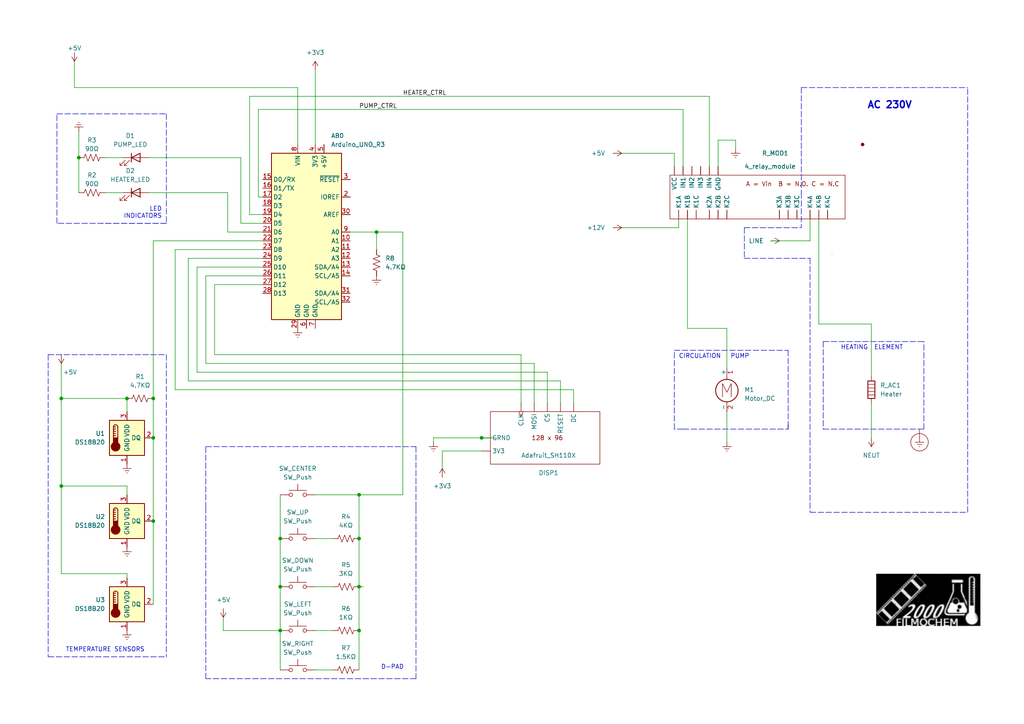
<source format=kicad_sch>
(kicad_sch (version 20211123) (generator eeschema)
  (paper "A4")
  (title_block (title "FilmoChem2000 - Main") (date "2022-05-27") (rev "R0.2") (company "Kallinikos Tompoulidis   *github.com/KTompoulides*"))
  (lib_symbols
    (symbol "Device:Heater" (pin_numbers hide) (pin_names (offset 0))
      (property "Reference" "R" (at 2.032 0 90))
      (property "Value" "Heater" (at -2.032 0 90))
      (symbol "Heater_0_1"
        (rectangle (start -1.016 -2.54) (end 1.016 2.54) (stroke (width 0.254)))
        (polyline (pts (xy -1.016 1.524) (xy 1.016 1.524)))
        (polyline (pts (xy 1.016 -1.524) (xy -1.016 -1.524)))
        (polyline (pts (xy 1.016 -0.508) (xy -1.016 -0.508)))
        (polyline (pts (xy 1.016 0.508) (xy -1.016 0.508)))
      )
      (symbol "Heater_1_1"
        (pin passive line (at 0 3.81 270) (length 1.27) (name "~") (number "1"))
        (pin passive line (at 0 -3.81 90) (length 1.27) (name "~") (number "2"))
      )
    )
    (symbol "Device:LED" (pin_numbers hide) (pin_names (offset 1.016) hide)
      (property "Reference" "D" (at 0 2.54 0))
      (property "Value" "LED" (at 0 -2.54 0))
      (symbol "LED_0_1"
        (polyline (pts (xy -1.27 -1.27) (xy -1.27 1.27)) (stroke (width 0.254)))
        (polyline (pts (xy -1.27 0) (xy 1.27 0)))
        (polyline (pts (xy 1.27 -1.27) (xy 1.27 1.27) (xy -1.27 0) (xy 1.27 -1.27)) (stroke (width 0.254)))
        (polyline (pts (xy -3.048 -0.762) (xy -4.572 -2.286) (xy -3.81 -2.286) (xy -4.572 -2.286) (xy -4.572 -1.524)))
        (polyline (pts (xy -1.778 -0.762) (xy -3.302 -2.286) (xy -2.54 -2.286) (xy -3.302 -2.286) (xy -3.302 -1.524)))
      )
      (symbol "LED_1_1"
        (pin passive line (at -3.81 0 0) (length 2.54) (name "K") (number "1"))
        (pin passive line (at 3.81 0 180) (length 2.54) (name "A") (number "2"))
      )
    )
    (symbol "Device:R_US" (pin_numbers hide) (pin_names (offset 0))
      (property "Reference" "R" (at 2.54 0 90))
      (property "Value" "R_US" (at -2.54 0 90))
      (symbol "R_US_0_1"
        (polyline (pts (xy 0 -2.286) (xy 0 -2.54)))
        (polyline (pts (xy 0 2.286) (xy 0 2.54)))
        (polyline (pts (xy 0 -0.762) (xy 1.016 -1.143) (xy 0 -1.524) (xy -1.016 -1.905) (xy 0 -2.286)))
        (polyline (pts (xy 0 0.762) (xy 1.016 0.381) (xy 0 0) (xy -1.016 -0.381) (xy 0 -0.762)))
        (polyline (pts (xy 0 2.286) (xy 1.016 1.905) (xy 0 1.524) (xy -1.016 1.143) (xy 0 0.762)))
      )
      (symbol "R_US_1_1"
        (pin passive line (at 0 3.81 270) (length 1.27) (name "~") (number "1"))
        (pin passive line (at 0 -3.81 90) (length 1.27) (name "~") (number "2"))
      )
    )
    (symbol "MCU_Module:Arduino_UNO_R3"
      (property "Reference" "A" (at -10.16 23.495 0))
      (property "Value" "Arduino_UNO_R3" (at 5.08 -26.67 0))
      (symbol "Arduino_UNO_R3_0_1"
        (rectangle (start -10.16 22.86) (end 10.16 -25.4) (stroke (width 0.254)) (fill (type background)))
      )
      (symbol "Arduino_UNO_R3_1_1"
        (pin no_connect line (at -10.16 -20.32 0) (length 2.54) hide (name "NC") (number "1"))
        (pin bidirectional line (at 12.7 -2.54 180) (length 2.54) (name "A1") (number "10"))
        (pin bidirectional line (at 12.7 -5.08 180) (length 2.54) (name "A2") (number "11"))
        (pin bidirectional line (at 12.7 -7.62 180) (length 2.54) (name "A3") (number "12"))
        (pin bidirectional line (at 12.7 -10.16 180) (length 2.54) (name "SDA/A4") (number "13"))
        (pin bidirectional line (at 12.7 -12.7 180) (length 2.54) (name "SCL/A5") (number "14"))
        (pin bidirectional line (at -12.7 15.24 0) (length 2.54) (name "D0/RX") (number "15"))
        (pin bidirectional line (at -12.7 12.7 0) (length 2.54) (name "D1/TX") (number "16"))
        (pin bidirectional line (at -12.7 10.16 0) (length 2.54) (name "D2") (number "17"))
        (pin bidirectional line (at -12.7 7.62 0) (length 2.54) (name "D3") (number "18"))
        (pin bidirectional line (at -12.7 5.08 0) (length 2.54) (name "D4") (number "19"))
        (pin output line (at 12.7 10.16 180) (length 2.54) (name "IOREF") (number "2"))
        (pin bidirectional line (at -12.7 2.54 0) (length 2.54) (name "D5") (number "20"))
        (pin bidirectional line (at -12.7 0 0) (length 2.54) (name "D6") (number "21"))
        (pin bidirectional line (at -12.7 -2.54 0) (length 2.54) (name "D7") (number "22"))
        (pin bidirectional line (at -12.7 -5.08 0) (length 2.54) (name "D8") (number "23"))
        (pin bidirectional line (at -12.7 -7.62 0) (length 2.54) (name "D9") (number "24"))
        (pin bidirectional line (at -12.7 -10.16 0) (length 2.54) (name "D10") (number "25"))
        (pin bidirectional line (at -12.7 -12.7 0) (length 2.54) (name "D11") (number "26"))
        (pin bidirectional line (at -12.7 -15.24 0) (length 2.54) (name "D12") (number "27"))
        (pin bidirectional line (at -12.7 -17.78 0) (length 2.54) (name "D13") (number "28"))
        (pin power_in line (at -2.54 -27.94 90) (length 2.54) (name "GND") (number "29"))
        (pin input line (at 12.7 15.24 180) (length 2.54) (name "~{RESET}") (number "3"))
        (pin input line (at 12.7 5.08 180) (length 2.54) (name "AREF") (number "30"))
        (pin bidirectional line (at 12.7 -17.78 180) (length 2.54) (name "SDA/A4") (number "31"))
        (pin bidirectional line (at 12.7 -20.32 180) (length 2.54) (name "SCL/A5") (number "32"))
        (pin power_out line (at 2.54 25.4 270) (length 2.54) (name "3V3") (number "4"))
        (pin power_out line (at 5.08 25.4 270) (length 2.54) (name "+5V") (number "5"))
        (pin power_in line (at 0 -27.94 90) (length 2.54) (name "GND") (number "6"))
        (pin power_in line (at 2.54 -27.94 90) (length 2.54) (name "GND") (number "7"))
        (pin power_in line (at -2.54 25.4 270) (length 2.54) (name "VIN") (number "8"))
        (pin bidirectional line (at 12.7 0 180) (length 2.54) (name "A0") (number "9"))
      )
    )
    (symbol "Motor:Motor_DC" (pin_names (offset 0))
      (property "Reference" "M" (at 2.54 2.54 0))
      (property "Value" "Motor_DC" (at 2.54 -5.08 0))
      (symbol "Motor_DC_0_0"
        (polyline (pts (xy -1.27 -3.302) (xy -1.27 0.508) (xy 0 -2.032) (xy 1.27 0.508) (xy 1.27 -3.302)))
      )
      (symbol "Motor_DC_0_1"
        (circle (center 0 -1.524) (radius 3.2512) (stroke (width 0.254)))
        (polyline (pts (xy 0 -7.62) (xy 0 -7.112)))
        (polyline (pts (xy 0 -4.7752) (xy 0 -5.1816)))
        (polyline (pts (xy 0 1.7272) (xy 0 2.0828)))
        (polyline (pts (xy 0 2.032) (xy 0 2.54)))
      )
      (symbol "Motor_DC_1_1"
        (pin passive line (at 0 5.08 270) (length 2.54) (name "+") (number "1"))
        (pin passive line (at 0 -7.62 90) (length 2.54) (name "-") (number "2"))
      )
    )
    (symbol "Sensor_Temperature:DS18B20" (pin_names (offset 1.016))
      (property "Reference" "U" (at -3.81 6.35 0))
      (property "Value" "DS18B20" (at 6.35 6.35 0))
      (symbol "DS18B20_0_1"
        (rectangle (start -5.08 5.08) (end 5.08 -5.08) (stroke (width 0.254)) (fill (type background)))
        (circle (center -3.302 -2.54) (radius 1.27) (stroke (width 0.254)) (fill (type outline)))
        (rectangle (start -2.667 -1.905) (end -3.937 0) (stroke (width 0.254)) (fill (type outline)))
        (arc (start -2.667 3.175) (mid -3.302 3.81) (end -3.937 3.175) (stroke (width 0.254)))
        (polyline (pts (xy -3.937 0.635) (xy -3.302 0.635)) (stroke (width 0.254)))
        (polyline (pts (xy -3.937 1.27) (xy -3.302 1.27)) (stroke (width 0.254)))
        (polyline (pts (xy -3.937 1.905) (xy -3.302 1.905)) (stroke (width 0.254)))
        (polyline (pts (xy -3.937 2.54) (xy -3.302 2.54)) (stroke (width 0.254)))
        (polyline (pts (xy -3.937 3.175) (xy -3.937 0)) (stroke (width 0.254)))
        (polyline (pts (xy -3.937 3.175) (xy -3.302 3.175)) (stroke (width 0.254)))
        (polyline (pts (xy -2.667 3.175) (xy -2.667 0)) (stroke (width 0.254)))
      )
      (symbol "DS18B20_1_1"
        (pin power_in line (at 0 -7.62 90) (length 2.54) (name "GND") (number "1"))
        (pin bidirectional line (at 7.62 0 180) (length 2.54) (name "DQ") (number "2"))
        (pin power_in line (at 0 7.62 270) (length 2.54) (name "VDD") (number "3"))
      )
    )
    (symbol "Switch:SW_Push" (pin_numbers hide) (pin_names (offset 1.016) hide)
      (property "Reference" "SW" (at 1.27 2.54 0))
      (property "Value" "SW_Push" (at 0 -1.524 0))
      (symbol "SW_Push_0_1"
        (circle (center -2.032 0) (radius 0.508))
        (polyline (pts (xy 0 1.27) (xy 0 3.048)))
        (polyline (pts (xy 2.54 1.27) (xy -2.54 1.27)))
        (circle (center 2.032 0) (radius 0.508))
        (pin passive line (at -5.08 0 0) (length 2.54) (name "1") (number "1"))
        (pin passive line (at 5.08 0 180) (length 2.54) (name "2") (number "2"))
      )
    )
    (symbol "myLibrary:4_relay_module"
      (property "Reference" "R_MOD" (at 1.27 2.54 0))
      (property "Value" "4_relay_module" (at 1.27 0 0))
      (symbol "4_relay_module_0_0"
        (text "A = Vin  B = N.O. C = N.C" (at 12.7 -3.81 0) (effects (font (size 1.27 1.27))))
      )
      (symbol "4_relay_module_0_1"
        (rectangle (start -22.86 -13.97) (end 27.94 -1.27))
        (polyline (pts (xy 33.02 7.62) (xy 33.02 7.62)))
        (polyline (pts (xy 33.02 7.62) (xy 33.02 7.62)))
        (polyline (pts (xy 33.02 7.62) (xy 33.02 7.62)))
        (polyline (pts (xy 33.02 7.62) (xy 33.02 7.62)))
        (polyline (pts (xy 33.02 7.62) (xy 33.02 7.62)))
        (rectangle (start 24.13 -24.13) (end 24.13 -24.13))
        (arc (start 33.02 7.62) (mid 33.02 7.62) (end 33.02 7.62))
        (arc (start 33.02 7.62) (mid 33.02 7.62) (end 33.02 7.62))
        (arc (start 33.02 7.62) (mid 33.02 7.62) (end 33.02 7.62))
        (arc (start 33.02 7.62) (mid 33.02 7.62) (end 33.02 7.62))
        (arc (start 33.02 7.62) (mid 33.02 7.62) (end 33.02 7.62) (stroke (width 1)))
      )
      (symbol "4_relay_module_1_1"
        (pin input line (at -8.89 1.27 270) (length 2.54) (name "GND") (number ""))
        (pin input line (at -19.05 1.27 270) (length 2.54) (name "IN1") (number ""))
        (pin input line (at -16.51 1.27 270) (length 2.54) (name "IN2") (number ""))
        (pin input line (at -13.97 1.27 270) (length 2.54) (name "IN3") (number ""))
        (pin input line (at -11.43 1.27 270) (length 2.54) (name "IN4") (number ""))
        (pin input line (at -20.32 -13.97 90) (length 2.54) (name "K1A") (number ""))
        (pin output line (at -17.78 -13.97 90) (length 2.54) (name "K1B") (number ""))
        (pin output line (at -15.24 -13.97 90) (length 2.54) (name "K1C") (number ""))
        (pin input line (at -11.43 -13.97 90) (length 2.54) (name "K2A") (number ""))
        (pin output line (at -8.89 -13.97 90) (length 2.54) (name "K2B") (number ""))
        (pin output line (at -6.35 -13.97 90) (length 2.54) (name "K2C") (number ""))
        (pin input line (at 8.89 -13.97 90) (length 2.54) (name "K3A") (number ""))
        (pin output line (at 11.43 -13.97 90) (length 2.54) (name "K3B") (number ""))
        (pin output line (at 13.97 -13.97 90) (length 2.54) (name "K3C") (number ""))
        (pin input line (at 17.78 -13.97 90) (length 2.54) (name "K4A") (number ""))
        (pin input line (at 20.32 -13.97 90) (length 2.54) (name "K4B") (number ""))
        (pin output line (at 22.86 -13.97 90) (length 2.54) (name "K4C") (number ""))
        (pin input line (at -21.59 1.27 270) (length 2.54) (name "VCC") (number ""))
      )
    )
    (symbol "myLibrary:Adafruit_SH110X"
      (property "Reference" "DISP" (at 0 0 0))
      (property "Value" "Adafruit_SH110X" (at 0 -2.54 0))
      (symbol "Adafruit_SH110X_0_0"
        (text "128 x 96" (at 0 -6.35 0) (effects (font (size 1.27 1.27))))
      )
      (symbol "Adafruit_SH110X_0_1"
        (rectangle (start 16.51 1.27) (end -15.24 -13.97))
      )
      (symbol "Adafruit_SH110X_1_1"
        (pin input line (at 19.05 -2.54 180) (length 2.54) (name "3V3") (number ""))
        (pin free clock (at 7.62 -16.51 90) (length 2.54) (name "CLK") (number ""))
        (pin free line (at 0 -16.51 90) (length 2.54) (name "CS") (number ""))
        (pin free line (at -7.62 -16.51 90) (length 2.54) (name "DC") (number ""))
        (pin free line (at 19.05 -6.35 180) (length 2.54) (name "GRND") (number ""))
        (pin free line (at 3.81 -16.51 90) (length 2.54) (name "MOSI") (number ""))
        (pin free line (at -3.81 -16.51 90) (length 2.54) (name "RESET") (number ""))
      )
    )
    (symbol "power:+12V" (power) (pin_names (offset 0))
      (property "Value" "+12V" (at 0 3.556 0))
      (symbol "+12V_0_1"
        (polyline (pts (xy -0.762 1.27) (xy 0 2.54)))
        (polyline (pts (xy 0 0) (xy 0 2.54)))
        (polyline (pts (xy 0 2.54) (xy 0.762 1.27)))
      )
      (symbol "+12V_1_1"
        (pin power_in line (at 0 0 90) (length 0) hide (name "+12V") (number "1"))
      )
    )
    (symbol "power:+3V3" (power) (pin_names (offset 0))
      (property "Value" "+3V3" (at 0 3.556 0))
      (symbol "+3V3_0_1"
        (polyline (pts (xy -0.762 1.27) (xy 0 2.54)))
        (polyline (pts (xy 0 0) (xy 0 2.54)))
        (polyline (pts (xy 0 2.54) (xy 0.762 1.27)))
      )
      (symbol "+3V3_1_1"
        (pin power_in line (at 0 0 90) (length 0) hide (name "+3V3") (number "1"))
      )
    )
    (symbol "power:+5V" (power) (pin_names (offset 0))
      (property "Value" "+5V" (at 0 3.556 0))
      (symbol "+5V_0_1"
        (polyline (pts (xy -0.762 1.27) (xy 0 2.54)))
        (polyline (pts (xy 0 0) (xy 0 2.54)))
        (polyline (pts (xy 0 2.54) (xy 0.762 1.27)))
      )
      (symbol "+5V_1_1"
        (pin power_in line (at 0 0 90) (length 0) hide (name "+5V") (number "1"))
      )
    )
    (symbol "power:Earth" (power) (pin_names (offset 0))
      (symbol "Earth_0_1"
        (polyline (pts (xy -0.635 -1.905) (xy 0.635 -1.905)))
        (polyline (pts (xy -0.127 -2.54) (xy 0.127 -2.54)))
        (polyline (pts (xy 0 -1.27) (xy 0 0)))
        (polyline (pts (xy 1.27 -1.27) (xy -1.27 -1.27)))
      )
      (symbol "Earth_1_1"
        (pin power_in line (at 0 0 270) (length 0) hide (name "Earth") (number "1"))
      )
    )
    (symbol "power:Earth_Protective" (power) (pin_names (offset 0))
      (symbol "Earth_Protective_0_1"
        (circle (center 0 -3.81) (radius 2.54))
        (polyline (pts (xy -0.635 -4.445) (xy 0.635 -4.445)))
        (polyline (pts (xy -0.127 -5.08) (xy 0.127 -5.08)))
        (polyline (pts (xy 0 -3.81) (xy 0 0)))
        (polyline (pts (xy 1.27 -3.81) (xy -1.27 -3.81)))
      )
      (symbol "Earth_Protective_1_1"
        (pin power_in line (at 0 0 270) (length 0) hide (name "Earth_Protective") (number "1"))
      )
    )
    (symbol "power:LINE" (power) (pin_names (offset 0))
      (property "Value" "LINE" (at 0 3.81 0))
      (symbol "LINE_0_1"
        (polyline (pts (xy -0.762 1.27) (xy 0 2.54)))
        (polyline (pts (xy 0 0) (xy 0 2.54)))
        (polyline (pts (xy 0 2.54) (xy 0.762 1.27)))
      )
      (symbol "LINE_1_1"
        (pin power_in line (at 0 0 90) (length 0) hide (name "LINE") (number "1"))
      )
    )
    (symbol "power:NEUT" (power) (pin_names (offset 0))
      (property "Value" "NEUT" (at 0 3.81 0))
      (symbol "NEUT_0_1"
        (polyline (pts (xy -0.762 1.27) (xy 0 2.54)))
        (polyline (pts (xy 0 0) (xy 0 2.54)))
        (polyline (pts (xy 0 2.54) (xy 0.762 1.27)))
      )
      (symbol "NEUT_1_1"
        (pin power_in line (at 0 0 90) (length 0) hide (name "NEUT") (number "1"))
      )
    )
  )
  (junction (at 104.14 170.18))
  (junction (at 22.86 45.72))
  (junction (at 44.45 115.57))
  (junction (at 81.28 182.88))
  (junction (at 81.28 156.21))
  (junction (at 36.83 115.57))
  (junction (at 104.14 156.21))
  (junction (at 17.78 115.57))
  (junction (at 139.7 127))
  (junction (at 104.14 143.51))
  (junction (at 44.45 127))
  (junction (at 109.22 67.31))
  (junction (at 44.45 151.13))
  (junction (at 104.14 182.88))
  (junction (at 81.28 170.18))
  (junction (at 17.78 140.97))
  (wire (pts (xy 44.45 69.85) (xy 44.45 115.57)))
  (wire (pts (xy 237.49 93.98) (xy 252.73 93.98)))
  (polyline (pts (xy 215.9 66.04) (xy 215.9 74.93)))
  (polyline (pts (xy 238.76 99.06) (xy 267.97 99.06)))
  (wire (pts (xy 104.14 182.88) (xy 104.14 194.31)))
  (polyline (pts (xy 238.76 99.06) (xy 238.76 124.46)))
  (polyline (pts (xy 13.97 102.87) (xy 13.97 190.5)))
  (polyline (pts (xy 232.41 25.4) (xy 280.67 25.4)))
  (wire (pts (xy 91.44 182.88) (xy 96.52 182.88)))
  (polyline (pts (xy 198.12 124.46) (xy 195.58 124.46)))
  (polyline (pts (xy 267.97 124.46) (xy 267.97 99.06)))
  (wire (pts (xy 234.95 69.85) (xy 234.95 63.5)))
  (wire (pts (xy 162.56 110.49) (xy 162.56 116.84)))
  (wire (pts (xy 57.15 107.95) (xy 158.75 107.95)))
  (polyline (pts (xy 228.6 123.19) (xy 228.6 124.46)))
  (polyline (pts (xy 120.65 147.32) (xy 120.65 196.85)))
  (polyline (pts (xy 238.76 124.46) (xy 267.97 124.46)))
  (wire (pts (xy 72.39 62.23) (xy 72.39 27.94)))
  (wire (pts (xy 205.74 27.94) (xy 205.74 48.26)))
  (wire (pts (xy 66.04 55.88) (xy 66.04 67.31)))
  (wire (pts (xy 213.36 40.64) (xy 208.28 40.64)))
  (polyline (pts (xy 59.69 129.54) (xy 120.65 129.54)))
  (wire (pts (xy 59.69 105.41) (xy 154.94 105.41)))
  (wire (pts (xy 252.73 116.84) (xy 252.73 127)))
  (wire (pts (xy 17.78 115.57) (xy 36.83 115.57)))
  (polyline (pts (xy 195.58 124.46) (xy 195.58 101.6)))
  (wire (pts (xy 44.45 151.13) (xy 44.45 175.26)))
  (wire (pts (xy 199.39 95.25) (xy 210.82 95.25)))
  (wire (pts (xy 128.27 130.81) (xy 139.7 130.81)))
  (wire (pts (xy 104.14 143.51) (xy 116.84 143.51)))
  (wire (pts (xy 158.75 107.95) (xy 158.75 116.84)))
  (wire (pts (xy 91.44 156.21) (xy 96.52 156.21)))
  (wire (pts (xy 109.22 67.31) (xy 116.84 67.31)))
  (wire (pts (xy 59.69 105.41) (xy 59.69 80.01)))
  (polyline (pts (xy 195.58 101.6) (xy 228.6 101.6)))
  (wire (pts (xy 91.44 194.31) (xy 96.52 194.31)))
  (wire (pts (xy 252.73 93.98) (xy 252.73 109.22)))
  (polyline (pts (xy 120.65 129.54) (xy 120.65 147.32)))
  (wire (pts (xy 54.61 74.93) (xy 76.2 74.93)))
  (wire (pts (xy 22.86 45.72) (xy 22.86 38.1)))
  (wire (pts (xy 91.44 170.18) (xy 96.52 170.18)))
  (wire (pts (xy 195.58 44.45) (xy 195.58 48.26)))
  (wire (pts (xy 116.84 67.31) (xy 116.84 143.51)))
  (wire (pts (xy 81.28 182.88) (xy 81.28 194.31)))
  (polyline (pts (xy 234.95 148.59) (xy 280.67 148.59)))
  (wire (pts (xy 36.83 115.57) (xy 36.83 119.38)))
  (wire (pts (xy 59.69 80.01) (xy 76.2 80.01)))
  (wire (pts (xy 69.85 45.72) (xy 69.85 64.77)))
  (wire (pts (xy 86.36 25.4) (xy 86.36 41.91)))
  (polyline (pts (xy 48.26 64.77) (xy 29.21 64.77)))
  (wire (pts (xy 44.45 127) (xy 44.45 151.13)))
  (wire (pts (xy 66.04 67.31) (xy 76.2 67.31)))
  (polyline (pts (xy 232.41 25.4) (xy 232.41 55.88)))
  (wire (pts (xy 104.14 143.51) (xy 104.14 156.21)))
  (polyline (pts (xy 16.51 64.77) (xy 16.51 33.02)))
  (wire (pts (xy 62.23 102.87) (xy 151.13 102.87)))
  (polyline (pts (xy 228.6 124.46) (xy 228.6 123.19)))
  (wire (pts (xy 210.82 119.38) (xy 210.82 128.27)))
  (wire (pts (xy 76.2 69.85) (xy 44.45 69.85)))
  (wire (pts (xy 30.48 55.88) (xy 35.56 55.88)))
  (wire (pts (xy 44.45 115.57) (xy 44.45 127)))
  (wire (pts (xy 54.61 110.49) (xy 54.61 74.93)))
  (wire (pts (xy 76.2 62.23) (xy 72.39 62.23)))
  (polyline (pts (xy 59.69 196.85) (xy 59.69 147.32)))
  (wire (pts (xy 57.15 107.95) (xy 57.15 77.47)))
  (wire (pts (xy 43.18 55.88) (xy 66.04 55.88)))
  (wire (pts (xy 81.28 170.18) (xy 81.28 182.88)))
  (wire (pts (xy 74.93 31.75) (xy 198.12 31.75)))
  (polyline (pts (xy 228.6 101.6) (xy 228.6 124.46)))
  (wire (pts (xy 36.83 166.37) (xy 36.83 167.64)))
  (wire (pts (xy 180.34 44.45) (xy 195.58 44.45)))
  (wire (pts (xy 81.28 182.88) (xy 64.77 182.88)))
  (polyline (pts (xy 48.26 64.77) (xy 16.51 64.77)))
  (wire (pts (xy 91.44 20.32) (xy 91.44 41.91)))
  (polyline (pts (xy 198.12 124.46) (xy 228.6 124.46)))
  (polyline (pts (xy 59.69 147.32) (xy 59.69 129.54)))
  (wire (pts (xy 166.37 113.03) (xy 166.37 116.84)))
  (wire (pts (xy 17.78 140.97) (xy 36.83 140.97)))
  (wire (pts (xy 104.14 156.21) (xy 104.14 170.18)))
  (wire (pts (xy 139.7 127) (xy 125.73 127)))
  (polyline (pts (xy 215.9 74.93) (xy 234.95 74.93)))
  (wire (pts (xy 154.94 105.41) (xy 154.94 116.84)))
  (polyline (pts (xy 120.65 196.85) (xy 59.69 196.85)))
  (wire (pts (xy 237.49 63.5) (xy 237.49 93.98)))
  (wire (pts (xy 74.93 57.15) (xy 74.93 31.75)))
  (wire (pts (xy 198.12 31.75) (xy 198.12 48.26)))
  (wire (pts (xy 17.78 140.97) (xy 17.78 166.37)))
  (wire (pts (xy 104.14 170.18) (xy 104.14 182.88)))
  (polyline (pts (xy 232.41 55.88) (xy 232.41 66.04)))
  (wire (pts (xy 91.44 143.51) (xy 104.14 143.51)))
  (polyline (pts (xy 13.97 190.5) (xy 48.26 190.5)))
  (wire (pts (xy 17.78 105.41) (xy 17.78 115.57)))
  (polyline (pts (xy 234.95 74.93) (xy 234.95 148.59)))
  (wire (pts (xy 21.59 17.78) (xy 21.59 25.4)))
  (wire (pts (xy 72.39 27.94) (xy 205.74 27.94)))
  (wire (pts (xy 104.14 170.18) (xy 105.41 170.18)))
  (polyline (pts (xy 215.9 66.04) (xy 232.41 66.04)))
  (wire (pts (xy 210.82 95.25) (xy 210.82 106.68)))
  (polyline (pts (xy 48.26 102.87) (xy 48.26 190.5)))
  (wire (pts (xy 54.61 110.49) (xy 162.56 110.49)))
  (wire (pts (xy 36.83 140.97) (xy 36.83 143.51)))
  (wire (pts (xy 151.13 102.87) (xy 151.13 116.84)))
  (wire (pts (xy 17.78 166.37) (xy 36.83 166.37)))
  (wire (pts (xy 21.59 25.4) (xy 86.36 25.4)))
  (polyline (pts (xy 48.26 33.02) (xy 48.26 64.77)))
  (wire (pts (xy 81.28 143.51) (xy 81.28 156.21)))
  (wire (pts (xy 109.22 67.31) (xy 109.22 72.39)))
  (wire (pts (xy 213.36 43.18) (xy 213.36 40.64)))
  (wire (pts (xy 50.8 113.03) (xy 166.37 113.03)))
  (wire (pts (xy 81.28 156.21) (xy 81.28 170.18)))
  (wire (pts (xy 109.22 67.31) (xy 101.6 67.31)))
  (wire (pts (xy 223.52 69.85) (xy 234.95 69.85)))
  (wire (pts (xy 17.78 115.57) (xy 17.78 140.97)))
  (wire (pts (xy 76.2 57.15) (xy 74.93 57.15)))
  (wire (pts (xy 143.51 127) (xy 139.7 127)))
  (polyline (pts (xy 280.67 148.59) (xy 280.67 25.4)))
  (polyline (pts (xy 13.97 102.87) (xy 48.26 102.87)))
  (wire (pts (xy 180.34 66.04) (xy 196.85 66.04)))
  (wire (pts (xy 69.85 64.77) (xy 76.2 64.77)))
  (wire (pts (xy 125.73 127) (xy 125.73 128.27)))
  (wire (pts (xy 64.77 179.07) (xy 64.77 182.88)))
  (wire (pts (xy 62.23 102.87) (xy 62.23 82.55)))
  (wire (pts (xy 62.23 82.55) (xy 76.2 82.55)))
  (wire (pts (xy 128.27 130.81) (xy 128.27 135.89)))
  (wire (pts (xy 208.28 40.64) (xy 208.28 48.26)))
  (wire (pts (xy 50.8 72.39) (xy 76.2 72.39)))
  (wire (pts (xy 199.39 63.5) (xy 199.39 95.25)))
  (wire (pts (xy 196.85 66.04) (xy 196.85 63.5)))
  (wire (pts (xy 57.15 77.47) (xy 76.2 77.47)))
  (wire (pts (xy 50.8 113.03) (xy 50.8 72.39)))
  (wire (pts (xy 22.86 55.88) (xy 22.86 45.72)))
  (polyline (pts (xy 16.51 33.02) (xy 48.26 33.02)))
  (wire (pts (xy 43.18 45.72) (xy 69.85 45.72)))
  (wire (pts (xy 30.48 45.72) (xy 35.56 45.72)))
  (image (at 269.24 173.99) (scale 2.78956))
  (text "AC 230V" (at 251.46 31.75 0) (effects (font (size 2 2) (thickness 0.4) bold) (justify left bottom)))
  (text "TEMPERATURE SENSORS" (at 19.05 189.23 0) (effects (font (size 1.27 1.27)) (justify left bottom)))
  (text "   LED\nINDICATORS" (at 46.99 63.5 180) (effects (font (size 1.27 1.27)) (justify right bottom)))
  (text "HEATING  ELEMENT" (at 243.84 101.6 0) (effects (font (size 1.27 1.27)) (justify left bottom)))
  (text "CIRCULATION   PUMP" (at 196.85 104.14 0) (effects (font (size 1.27 1.27)) (justify left bottom)))
  (text "D-PAD" (at 110.49 194.31 0) (effects (font (size 1.27 1.27)) (justify left bottom)))
  (label "PUMP_CTRL" (at 104.14 31.75 0))
  (label "HEATER_CTRL" (at 116.84 27.94 0))
  (symbol (lib_id "Device:R_US") (at 40.64 115.57 90) (unit 1)
    (property "Reference" "R1" (at 40.64 109.22 90))
    (property "Value" "4.7KΩ" (at 40.64 111.76 90))
  )
  (symbol (lib_id "power:Earth") (at 36.83 134.62 0) (unit 1)
    (property "Reference" "#PWR?" (effects hide))
    (property "Value" "Earth" (effects hide))
  )
  (symbol (lib_id "power:Earth") (at 86.36 95.25 0) (unit 1)
    (property "Reference" "#PWR?" (effects hide))
    (property "Value" "Earth" (effects hide))
  )
  (symbol (lib_id "Device:R_US") (at 100.33 182.88 90) (unit 1)
    (property "Reference" "R6" (at 100.33 176.53 90))
    (property "Value" "1KΩ" (at 100.33 179.07 90))
  )
  (symbol (lib_id "Switch:SW_Push") (at 86.36 194.31 0) (unit 1)
    (property "Reference" "SW_RIGHT" (at 86.36 186.69 0))
    (property "Value" "SW_Push" (at 86.36 189.23 0))
  )
  (symbol (lib_id "power:Earth_Protective") (at 266.7 124.46 0) (unit 1)
    (property "Reference" "#PWR?" (effects hide))
    (property "Value" "Earth_Protective" (effects hide))
  )
  (symbol (lib_id "power:Earth") (at 36.83 182.88 0) (unit 1)
    (property "Reference" "#PWR?" (effects hide))
    (property "Value" "Earth" (effects hide))
  )
  (symbol (lib_id "power:Earth") (at 109.22 80.01 0) (unit 1)
    (property "Reference" "#PWR?" (effects hide))
    (property "Value" "Earth" (effects hide))
  )
  (symbol (lib_id "Device:R_US") (at 26.67 45.72 270) (unit 1)
    (property "Reference" "R3" (at 26.67 40.64 90))
    (property "Value" "90Ω" (at 26.67 43.18 90))
  )
  (symbol (lib_id "power:Earth") (at 125.73 128.27 0) (unit 1)
    (property "Reference" "#PWR?" (effects hide))
    (property "Value" "Earth" (effects hide))
  )
  (symbol (lib_id "Sensor_Temperature:DS18B20") (at 36.83 127 0) (unit 1)
    (property "Reference" "U1" (at 30.48 125.7299 0) (effects (justify right)))
    (property "Value" "DS18B20" (at 30.48 128.2699 0) (effects (justify right)))
    (property "Footprint" "Package_TO_SOT_THT:TO-92_Inline" (effects hide))
    (property "Datasheet" "http://datasheets.maximintegrated.com/en/ds/DS18B20.pdf" (effects hide))
  )
  (symbol (lib_id "Switch:SW_Push") (at 86.36 170.18 0) (unit 1)
    (property "Reference" "SW_DOWN" (at 86.36 162.56 0))
    (property "Value" "SW_Push" (at 86.36 165.1 0))
  )
  (symbol (lib_id "power:NEUT") (at 252.73 127 180) (unit 1)
    (property "Reference" "#PWR?" (effects hide))
    (property "Value" "NEUT" (at 252.73 132.08 0))
  )
  (symbol (lib_id "Device:R_US") (at 26.67 55.88 270) (unit 1)
    (property "Reference" "R2" (at 26.67 50.8 90))
    (property "Value" "90Ω" (at 26.67 53.34 90))
  )
  (symbol (lib_id "Device:R_US") (at 100.33 194.31 90) (unit 1)
    (property "Reference" "R7" (at 100.33 187.96 90))
    (property "Value" "1.5KΩ" (at 100.33 190.5 90))
  )
  (symbol (lib_id "Switch:SW_Push") (at 86.36 182.88 0) (unit 1)
    (property "Reference" "SW_LEFT" (at 86.36 175.26 0))
    (property "Value" "SW_Push" (at 86.36 177.8 0))
  )
  (symbol (lib_id "Motor:Motor_DC") (at 210.82 111.76 0) (unit 1)
    (property "Reference" "M1" (at 215.9 113.0299 0) (effects (justify left)))
    (property "Value" "Motor_DC" (at 215.9 115.5699 0) (effects (justify left)))
  )
  (symbol (lib_id "power:+12V") (at 177.8 66.04 270) (unit 1)
    (property "Reference" "#PWR?" (effects hide))
    (property "Value" "+12V" (at 170.18 66.04 90) (effects (justify left)))
  )
  (symbol (lib_id "power:+5V") (at 21.59 15.24 180) (unit 1)
    (property "Reference" "#PWR?" (effects hide))
    (property "Value" "+5V" (at 21.59 13.97 0))
  )
  (symbol (lib_id "Sensor_Temperature:DS18B20") (at 36.83 175.26 0) (unit 1)
    (property "Reference" "U3" (at 30.48 173.9899 0) (effects (justify right)))
    (property "Value" "DS18B20" (at 30.48 176.5299 0) (effects (justify right)))
    (property "Footprint" "Package_TO_SOT_THT:TO-92_Inline" (effects hide))
    (property "Datasheet" "http://datasheets.maximintegrated.com/en/ds/DS18B20.pdf" (effects hide))
  )
  (symbol (lib_id "power:+3V3") (at 91.44 20.32 0) (unit 1)
    (property "Reference" "#PWR?" (effects hide))
    (property "Value" "+3V3" (at 91.44 15.24 0))
  )
  (symbol (lib_id "Device:R_US") (at 109.22 76.2 180) (unit 1)
    (property "Reference" "R8" (at 111.76 74.9299 0) (effects (justify right)))
    (property "Value" "4.7KΩ" (at 111.76 77.4699 0) (effects (justify right)))
  )
  (symbol (lib_id "Device:Heater") (at 252.73 113.03 0) (unit 1)
    (property "Reference" "R_AC1" (at 255.27 111.7599 0) (effects (justify left)))
    (property "Value" "Heater" (at 255.27 114.2999 0) (effects (justify left)))
  )
  (symbol (lib_id "power:Earth") (at 210.82 128.27 0) (unit 1)
    (property "Reference" "#PWR?" (effects hide))
    (property "Value" "Earth" (effects hide))
  )
  (symbol (lib_id "Device:R_US") (at 100.33 170.18 90) (unit 1)
    (property "Reference" "R5" (at 100.33 163.83 90))
    (property "Value" "3KΩ" (at 100.33 166.37 90))
  )
  (symbol (lib_id "myLibrary:4_relay_module") (at 217.17 49.53 0) (unit 1)
    (property "Reference" "R_MOD1" (at 220.98 44.45 0) (effects (justify left)))
    (property "Value" "4_relay_module" (at 215.9 48.26 0) (effects (justify left)))
  )
  (symbol (lib_id "Device:LED") (at 39.37 45.72 0) (unit 1)
    (property "Reference" "D1" (at 37.7825 39.37 0))
    (property "Value" "PUMP_LED" (at 37.7825 41.91 0))
  )
  (symbol (lib_id "power:LINE") (at 223.52 69.85 270) (unit 1)
    (property "Reference" "#PWR?" (effects hide))
    (property "Value" "LINE" (at 217.17 69.85 90) (effects (justify left)))
  )
  (symbol (lib_id "power:Earth") (at 213.36 43.18 0) (unit 1)
    (property "Reference" "#PWR?" (effects hide))
    (property "Value" "Earth" (effects hide))
  )
  (symbol (lib_id "Sensor_Temperature:DS18B20") (at 36.83 151.13 0) (unit 1)
    (property "Reference" "U2" (at 30.48 149.8599 0) (effects (justify right)))
    (property "Value" "DS18B20" (at 30.48 152.3999 0) (effects (justify right)))
    (property "Footprint" "Package_TO_SOT_THT:TO-92_Inline" (effects hide))
    (property "Datasheet" "http://datasheets.maximintegrated.com/en/ds/DS18B20.pdf" (effects hide))
  )
  (symbol (lib_id "power:+5V") (at 177.8 44.45 270) (unit 1)
    (property "Reference" "#PWR?" (effects hide))
    (property "Value" "+5V" (at 171.45 44.45 90) (effects (justify left)))
  )
  (symbol (lib_id "Switch:SW_Push") (at 86.36 143.51 0) (unit 1)
    (property "Reference" "SW_CENTER" (at 86.36 135.89 0))
    (property "Value" "SW_Push" (at 86.36 138.43 0))
  )
  (symbol (lib_id "MCU_Module:Arduino_UNO_R3") (at 88.9 67.31 0) (unit 1)
    (property "Reference" "AB0" (at 95.9994 39.37 0) (effects (justify left)))
    (property "Value" "Arduino_UNO_R3" (at 95.9994 41.91 0) (effects (justify left)))
    (property "Footprint" "Module:Arduino_UNO_R3" (effects hide))
    (property "Datasheet" "https://www.arduino.cc/en/Main/arduinoBoardUno" (effects hide))
  )
  (symbol (lib_id "power:Earth") (at 22.86 38.1 180) (unit 1)
    (property "Reference" "#PWR?" (effects hide))
    (property "Value" "Earth" (effects hide))
  )
  (symbol (lib_id "myLibrary:Adafruit_SH110X") (at 158.75 133.35 180) (unit 1)
    (property "Reference" "DISP1" (at 156.21 137.16 0) (effects (justify right)))
    (property "Value" "Adafruit_SH110X" (at 151.13 132.08 0) (effects (justify right)))
  )
  (symbol (lib_id "Device:LED") (at 39.37 55.88 0) (unit 1)
    (property "Reference" "D2" (at 37.7825 49.53 0))
    (property "Value" "HEATER_LED" (at 37.7825 52.07 0))
  )
  (symbol (lib_id "Switch:SW_Push") (at 86.36 156.21 0) (unit 1)
    (property "Reference" "SW_UP" (at 86.36 148.59 0))
    (property "Value" "SW_Push" (at 86.36 151.13 0))
  )
  (symbol (lib_id "power:+3V3") (at 128.27 138.43 0) (unit 1)
    (property "Reference" "#PWR?" (effects hide))
    (property "Value" "+3V3" (at 128.27 140.97 0))
  )
  (symbol (lib_id "power:Earth") (at 36.83 158.75 0) (unit 1)
    (property "Reference" "#PWR?" (effects hide))
    (property "Value" "Earth" (effects hide))
  )
  (symbol (lib_id "Device:R_US") (at 100.33 156.21 90) (unit 1)
    (property "Reference" "R4" (at 100.33 149.86 90))
    (property "Value" "4KΩ" (at 100.33 152.4 90))
  )
  (symbol (lib_id "power:+5V") (at 17.78 102.87 180) (unit 1)
    (property "Reference" "#PWR?" (effects hide))
    (property "Value" "+5V" (at 20.32 107.95 0))
  )
  (symbol (lib_id "power:+5V") (at 64.77 176.53 180) (unit 1)
    (property "Reference" "#PWR?" (effects hide))
    (property "Value" "+5V" (at 64.77 173.99 0))
  )
)
</source>
